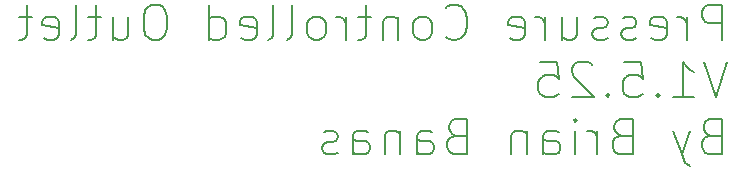
<source format=gbr>
%TF.GenerationSoftware,KiCad,Pcbnew,7.0.10*%
%TF.CreationDate,2024-07-25T15:06:29-06:00*%
%TF.ProjectId,Pressure-Controlled-Power-Outlet-control-PCB,50726573-7375-4726-952d-436f6e74726f,V1.5.25*%
%TF.SameCoordinates,Original*%
%TF.FileFunction,Legend,Bot*%
%TF.FilePolarity,Positive*%
%FSLAX46Y46*%
G04 Gerber Fmt 4.6, Leading zero omitted, Abs format (unit mm)*
G04 Created by KiCad (PCBNEW 7.0.10) date 2024-07-25 15:06:29*
%MOMM*%
%LPD*%
G01*
G04 APERTURE LIST*
%ADD10C,0.150000*%
G04 APERTURE END LIST*
D10*
X194767030Y-65530057D02*
X194767030Y-62530057D01*
X194767030Y-62530057D02*
X193624173Y-62530057D01*
X193624173Y-62530057D02*
X193338458Y-62672914D01*
X193338458Y-62672914D02*
X193195601Y-62815771D01*
X193195601Y-62815771D02*
X193052744Y-63101485D01*
X193052744Y-63101485D02*
X193052744Y-63530057D01*
X193052744Y-63530057D02*
X193195601Y-63815771D01*
X193195601Y-63815771D02*
X193338458Y-63958628D01*
X193338458Y-63958628D02*
X193624173Y-64101485D01*
X193624173Y-64101485D02*
X194767030Y-64101485D01*
X191767030Y-65530057D02*
X191767030Y-63530057D01*
X191767030Y-64101485D02*
X191624173Y-63815771D01*
X191624173Y-63815771D02*
X191481316Y-63672914D01*
X191481316Y-63672914D02*
X191195601Y-63530057D01*
X191195601Y-63530057D02*
X190909887Y-63530057D01*
X188767030Y-65387200D02*
X189052744Y-65530057D01*
X189052744Y-65530057D02*
X189624173Y-65530057D01*
X189624173Y-65530057D02*
X189909887Y-65387200D01*
X189909887Y-65387200D02*
X190052744Y-65101485D01*
X190052744Y-65101485D02*
X190052744Y-63958628D01*
X190052744Y-63958628D02*
X189909887Y-63672914D01*
X189909887Y-63672914D02*
X189624173Y-63530057D01*
X189624173Y-63530057D02*
X189052744Y-63530057D01*
X189052744Y-63530057D02*
X188767030Y-63672914D01*
X188767030Y-63672914D02*
X188624173Y-63958628D01*
X188624173Y-63958628D02*
X188624173Y-64244342D01*
X188624173Y-64244342D02*
X190052744Y-64530057D01*
X187481315Y-65387200D02*
X187195601Y-65530057D01*
X187195601Y-65530057D02*
X186624172Y-65530057D01*
X186624172Y-65530057D02*
X186338458Y-65387200D01*
X186338458Y-65387200D02*
X186195601Y-65101485D01*
X186195601Y-65101485D02*
X186195601Y-64958628D01*
X186195601Y-64958628D02*
X186338458Y-64672914D01*
X186338458Y-64672914D02*
X186624172Y-64530057D01*
X186624172Y-64530057D02*
X187052744Y-64530057D01*
X187052744Y-64530057D02*
X187338458Y-64387200D01*
X187338458Y-64387200D02*
X187481315Y-64101485D01*
X187481315Y-64101485D02*
X187481315Y-63958628D01*
X187481315Y-63958628D02*
X187338458Y-63672914D01*
X187338458Y-63672914D02*
X187052744Y-63530057D01*
X187052744Y-63530057D02*
X186624172Y-63530057D01*
X186624172Y-63530057D02*
X186338458Y-63672914D01*
X185052744Y-65387200D02*
X184767030Y-65530057D01*
X184767030Y-65530057D02*
X184195601Y-65530057D01*
X184195601Y-65530057D02*
X183909887Y-65387200D01*
X183909887Y-65387200D02*
X183767030Y-65101485D01*
X183767030Y-65101485D02*
X183767030Y-64958628D01*
X183767030Y-64958628D02*
X183909887Y-64672914D01*
X183909887Y-64672914D02*
X184195601Y-64530057D01*
X184195601Y-64530057D02*
X184624173Y-64530057D01*
X184624173Y-64530057D02*
X184909887Y-64387200D01*
X184909887Y-64387200D02*
X185052744Y-64101485D01*
X185052744Y-64101485D02*
X185052744Y-63958628D01*
X185052744Y-63958628D02*
X184909887Y-63672914D01*
X184909887Y-63672914D02*
X184624173Y-63530057D01*
X184624173Y-63530057D02*
X184195601Y-63530057D01*
X184195601Y-63530057D02*
X183909887Y-63672914D01*
X181195602Y-63530057D02*
X181195602Y-65530057D01*
X182481316Y-63530057D02*
X182481316Y-65101485D01*
X182481316Y-65101485D02*
X182338459Y-65387200D01*
X182338459Y-65387200D02*
X182052744Y-65530057D01*
X182052744Y-65530057D02*
X181624173Y-65530057D01*
X181624173Y-65530057D02*
X181338459Y-65387200D01*
X181338459Y-65387200D02*
X181195602Y-65244342D01*
X179767030Y-65530057D02*
X179767030Y-63530057D01*
X179767030Y-64101485D02*
X179624173Y-63815771D01*
X179624173Y-63815771D02*
X179481316Y-63672914D01*
X179481316Y-63672914D02*
X179195601Y-63530057D01*
X179195601Y-63530057D02*
X178909887Y-63530057D01*
X176767030Y-65387200D02*
X177052744Y-65530057D01*
X177052744Y-65530057D02*
X177624173Y-65530057D01*
X177624173Y-65530057D02*
X177909887Y-65387200D01*
X177909887Y-65387200D02*
X178052744Y-65101485D01*
X178052744Y-65101485D02*
X178052744Y-63958628D01*
X178052744Y-63958628D02*
X177909887Y-63672914D01*
X177909887Y-63672914D02*
X177624173Y-63530057D01*
X177624173Y-63530057D02*
X177052744Y-63530057D01*
X177052744Y-63530057D02*
X176767030Y-63672914D01*
X176767030Y-63672914D02*
X176624173Y-63958628D01*
X176624173Y-63958628D02*
X176624173Y-64244342D01*
X176624173Y-64244342D02*
X178052744Y-64530057D01*
X171338458Y-65244342D02*
X171481315Y-65387200D01*
X171481315Y-65387200D02*
X171909887Y-65530057D01*
X171909887Y-65530057D02*
X172195601Y-65530057D01*
X172195601Y-65530057D02*
X172624172Y-65387200D01*
X172624172Y-65387200D02*
X172909887Y-65101485D01*
X172909887Y-65101485D02*
X173052744Y-64815771D01*
X173052744Y-64815771D02*
X173195601Y-64244342D01*
X173195601Y-64244342D02*
X173195601Y-63815771D01*
X173195601Y-63815771D02*
X173052744Y-63244342D01*
X173052744Y-63244342D02*
X172909887Y-62958628D01*
X172909887Y-62958628D02*
X172624172Y-62672914D01*
X172624172Y-62672914D02*
X172195601Y-62530057D01*
X172195601Y-62530057D02*
X171909887Y-62530057D01*
X171909887Y-62530057D02*
X171481315Y-62672914D01*
X171481315Y-62672914D02*
X171338458Y-62815771D01*
X169624172Y-65530057D02*
X169909887Y-65387200D01*
X169909887Y-65387200D02*
X170052744Y-65244342D01*
X170052744Y-65244342D02*
X170195601Y-64958628D01*
X170195601Y-64958628D02*
X170195601Y-64101485D01*
X170195601Y-64101485D02*
X170052744Y-63815771D01*
X170052744Y-63815771D02*
X169909887Y-63672914D01*
X169909887Y-63672914D02*
X169624172Y-63530057D01*
X169624172Y-63530057D02*
X169195601Y-63530057D01*
X169195601Y-63530057D02*
X168909887Y-63672914D01*
X168909887Y-63672914D02*
X168767030Y-63815771D01*
X168767030Y-63815771D02*
X168624172Y-64101485D01*
X168624172Y-64101485D02*
X168624172Y-64958628D01*
X168624172Y-64958628D02*
X168767030Y-65244342D01*
X168767030Y-65244342D02*
X168909887Y-65387200D01*
X168909887Y-65387200D02*
X169195601Y-65530057D01*
X169195601Y-65530057D02*
X169624172Y-65530057D01*
X167338458Y-63530057D02*
X167338458Y-65530057D01*
X167338458Y-63815771D02*
X167195601Y-63672914D01*
X167195601Y-63672914D02*
X166909886Y-63530057D01*
X166909886Y-63530057D02*
X166481315Y-63530057D01*
X166481315Y-63530057D02*
X166195601Y-63672914D01*
X166195601Y-63672914D02*
X166052744Y-63958628D01*
X166052744Y-63958628D02*
X166052744Y-65530057D01*
X165052743Y-63530057D02*
X163909886Y-63530057D01*
X164624172Y-62530057D02*
X164624172Y-65101485D01*
X164624172Y-65101485D02*
X164481315Y-65387200D01*
X164481315Y-65387200D02*
X164195600Y-65530057D01*
X164195600Y-65530057D02*
X163909886Y-65530057D01*
X162909886Y-65530057D02*
X162909886Y-63530057D01*
X162909886Y-64101485D02*
X162767029Y-63815771D01*
X162767029Y-63815771D02*
X162624172Y-63672914D01*
X162624172Y-63672914D02*
X162338457Y-63530057D01*
X162338457Y-63530057D02*
X162052743Y-63530057D01*
X160624171Y-65530057D02*
X160909886Y-65387200D01*
X160909886Y-65387200D02*
X161052743Y-65244342D01*
X161052743Y-65244342D02*
X161195600Y-64958628D01*
X161195600Y-64958628D02*
X161195600Y-64101485D01*
X161195600Y-64101485D02*
X161052743Y-63815771D01*
X161052743Y-63815771D02*
X160909886Y-63672914D01*
X160909886Y-63672914D02*
X160624171Y-63530057D01*
X160624171Y-63530057D02*
X160195600Y-63530057D01*
X160195600Y-63530057D02*
X159909886Y-63672914D01*
X159909886Y-63672914D02*
X159767029Y-63815771D01*
X159767029Y-63815771D02*
X159624171Y-64101485D01*
X159624171Y-64101485D02*
X159624171Y-64958628D01*
X159624171Y-64958628D02*
X159767029Y-65244342D01*
X159767029Y-65244342D02*
X159909886Y-65387200D01*
X159909886Y-65387200D02*
X160195600Y-65530057D01*
X160195600Y-65530057D02*
X160624171Y-65530057D01*
X157909885Y-65530057D02*
X158195600Y-65387200D01*
X158195600Y-65387200D02*
X158338457Y-65101485D01*
X158338457Y-65101485D02*
X158338457Y-62530057D01*
X156338456Y-65530057D02*
X156624171Y-65387200D01*
X156624171Y-65387200D02*
X156767028Y-65101485D01*
X156767028Y-65101485D02*
X156767028Y-62530057D01*
X154052742Y-65387200D02*
X154338456Y-65530057D01*
X154338456Y-65530057D02*
X154909885Y-65530057D01*
X154909885Y-65530057D02*
X155195599Y-65387200D01*
X155195599Y-65387200D02*
X155338456Y-65101485D01*
X155338456Y-65101485D02*
X155338456Y-63958628D01*
X155338456Y-63958628D02*
X155195599Y-63672914D01*
X155195599Y-63672914D02*
X154909885Y-63530057D01*
X154909885Y-63530057D02*
X154338456Y-63530057D01*
X154338456Y-63530057D02*
X154052742Y-63672914D01*
X154052742Y-63672914D02*
X153909885Y-63958628D01*
X153909885Y-63958628D02*
X153909885Y-64244342D01*
X153909885Y-64244342D02*
X155338456Y-64530057D01*
X151338456Y-65530057D02*
X151338456Y-62530057D01*
X151338456Y-65387200D02*
X151624170Y-65530057D01*
X151624170Y-65530057D02*
X152195598Y-65530057D01*
X152195598Y-65530057D02*
X152481313Y-65387200D01*
X152481313Y-65387200D02*
X152624170Y-65244342D01*
X152624170Y-65244342D02*
X152767027Y-64958628D01*
X152767027Y-64958628D02*
X152767027Y-64101485D01*
X152767027Y-64101485D02*
X152624170Y-63815771D01*
X152624170Y-63815771D02*
X152481313Y-63672914D01*
X152481313Y-63672914D02*
X152195598Y-63530057D01*
X152195598Y-63530057D02*
X151624170Y-63530057D01*
X151624170Y-63530057D02*
X151338456Y-63672914D01*
X147052741Y-62530057D02*
X146481313Y-62530057D01*
X146481313Y-62530057D02*
X146195598Y-62672914D01*
X146195598Y-62672914D02*
X145909884Y-62958628D01*
X145909884Y-62958628D02*
X145767027Y-63530057D01*
X145767027Y-63530057D02*
X145767027Y-64530057D01*
X145767027Y-64530057D02*
X145909884Y-65101485D01*
X145909884Y-65101485D02*
X146195598Y-65387200D01*
X146195598Y-65387200D02*
X146481313Y-65530057D01*
X146481313Y-65530057D02*
X147052741Y-65530057D01*
X147052741Y-65530057D02*
X147338456Y-65387200D01*
X147338456Y-65387200D02*
X147624170Y-65101485D01*
X147624170Y-65101485D02*
X147767027Y-64530057D01*
X147767027Y-64530057D02*
X147767027Y-63530057D01*
X147767027Y-63530057D02*
X147624170Y-62958628D01*
X147624170Y-62958628D02*
X147338456Y-62672914D01*
X147338456Y-62672914D02*
X147052741Y-62530057D01*
X143195599Y-63530057D02*
X143195599Y-65530057D01*
X144481313Y-63530057D02*
X144481313Y-65101485D01*
X144481313Y-65101485D02*
X144338456Y-65387200D01*
X144338456Y-65387200D02*
X144052741Y-65530057D01*
X144052741Y-65530057D02*
X143624170Y-65530057D01*
X143624170Y-65530057D02*
X143338456Y-65387200D01*
X143338456Y-65387200D02*
X143195599Y-65244342D01*
X142195598Y-63530057D02*
X141052741Y-63530057D01*
X141767027Y-62530057D02*
X141767027Y-65101485D01*
X141767027Y-65101485D02*
X141624170Y-65387200D01*
X141624170Y-65387200D02*
X141338455Y-65530057D01*
X141338455Y-65530057D02*
X141052741Y-65530057D01*
X139624169Y-65530057D02*
X139909884Y-65387200D01*
X139909884Y-65387200D02*
X140052741Y-65101485D01*
X140052741Y-65101485D02*
X140052741Y-62530057D01*
X137338455Y-65387200D02*
X137624169Y-65530057D01*
X137624169Y-65530057D02*
X138195598Y-65530057D01*
X138195598Y-65530057D02*
X138481312Y-65387200D01*
X138481312Y-65387200D02*
X138624169Y-65101485D01*
X138624169Y-65101485D02*
X138624169Y-63958628D01*
X138624169Y-63958628D02*
X138481312Y-63672914D01*
X138481312Y-63672914D02*
X138195598Y-63530057D01*
X138195598Y-63530057D02*
X137624169Y-63530057D01*
X137624169Y-63530057D02*
X137338455Y-63672914D01*
X137338455Y-63672914D02*
X137195598Y-63958628D01*
X137195598Y-63958628D02*
X137195598Y-64244342D01*
X137195598Y-64244342D02*
X138624169Y-64530057D01*
X136338454Y-63530057D02*
X135195597Y-63530057D01*
X135909883Y-62530057D02*
X135909883Y-65101485D01*
X135909883Y-65101485D02*
X135767026Y-65387200D01*
X135767026Y-65387200D02*
X135481311Y-65530057D01*
X135481311Y-65530057D02*
X135195597Y-65530057D01*
X195195601Y-67360057D02*
X194195601Y-70360057D01*
X194195601Y-70360057D02*
X193195601Y-67360057D01*
X190624172Y-70360057D02*
X192338458Y-70360057D01*
X191481315Y-70360057D02*
X191481315Y-67360057D01*
X191481315Y-67360057D02*
X191767029Y-67788628D01*
X191767029Y-67788628D02*
X192052744Y-68074342D01*
X192052744Y-68074342D02*
X192338458Y-68217200D01*
X189338458Y-70074342D02*
X189195601Y-70217200D01*
X189195601Y-70217200D02*
X189338458Y-70360057D01*
X189338458Y-70360057D02*
X189481315Y-70217200D01*
X189481315Y-70217200D02*
X189338458Y-70074342D01*
X189338458Y-70074342D02*
X189338458Y-70360057D01*
X186481315Y-67360057D02*
X187909887Y-67360057D01*
X187909887Y-67360057D02*
X188052744Y-68788628D01*
X188052744Y-68788628D02*
X187909887Y-68645771D01*
X187909887Y-68645771D02*
X187624173Y-68502914D01*
X187624173Y-68502914D02*
X186909887Y-68502914D01*
X186909887Y-68502914D02*
X186624173Y-68645771D01*
X186624173Y-68645771D02*
X186481315Y-68788628D01*
X186481315Y-68788628D02*
X186338458Y-69074342D01*
X186338458Y-69074342D02*
X186338458Y-69788628D01*
X186338458Y-69788628D02*
X186481315Y-70074342D01*
X186481315Y-70074342D02*
X186624173Y-70217200D01*
X186624173Y-70217200D02*
X186909887Y-70360057D01*
X186909887Y-70360057D02*
X187624173Y-70360057D01*
X187624173Y-70360057D02*
X187909887Y-70217200D01*
X187909887Y-70217200D02*
X188052744Y-70074342D01*
X185052744Y-70074342D02*
X184909887Y-70217200D01*
X184909887Y-70217200D02*
X185052744Y-70360057D01*
X185052744Y-70360057D02*
X185195601Y-70217200D01*
X185195601Y-70217200D02*
X185052744Y-70074342D01*
X185052744Y-70074342D02*
X185052744Y-70360057D01*
X183767030Y-67645771D02*
X183624173Y-67502914D01*
X183624173Y-67502914D02*
X183338459Y-67360057D01*
X183338459Y-67360057D02*
X182624173Y-67360057D01*
X182624173Y-67360057D02*
X182338459Y-67502914D01*
X182338459Y-67502914D02*
X182195601Y-67645771D01*
X182195601Y-67645771D02*
X182052744Y-67931485D01*
X182052744Y-67931485D02*
X182052744Y-68217200D01*
X182052744Y-68217200D02*
X182195601Y-68645771D01*
X182195601Y-68645771D02*
X183909887Y-70360057D01*
X183909887Y-70360057D02*
X182052744Y-70360057D01*
X179338458Y-67360057D02*
X180767030Y-67360057D01*
X180767030Y-67360057D02*
X180909887Y-68788628D01*
X180909887Y-68788628D02*
X180767030Y-68645771D01*
X180767030Y-68645771D02*
X180481316Y-68502914D01*
X180481316Y-68502914D02*
X179767030Y-68502914D01*
X179767030Y-68502914D02*
X179481316Y-68645771D01*
X179481316Y-68645771D02*
X179338458Y-68788628D01*
X179338458Y-68788628D02*
X179195601Y-69074342D01*
X179195601Y-69074342D02*
X179195601Y-69788628D01*
X179195601Y-69788628D02*
X179338458Y-70074342D01*
X179338458Y-70074342D02*
X179481316Y-70217200D01*
X179481316Y-70217200D02*
X179767030Y-70360057D01*
X179767030Y-70360057D02*
X180481316Y-70360057D01*
X180481316Y-70360057D02*
X180767030Y-70217200D01*
X180767030Y-70217200D02*
X180909887Y-70074342D01*
X193767030Y-73618628D02*
X193338458Y-73761485D01*
X193338458Y-73761485D02*
X193195601Y-73904342D01*
X193195601Y-73904342D02*
X193052744Y-74190057D01*
X193052744Y-74190057D02*
X193052744Y-74618628D01*
X193052744Y-74618628D02*
X193195601Y-74904342D01*
X193195601Y-74904342D02*
X193338458Y-75047200D01*
X193338458Y-75047200D02*
X193624173Y-75190057D01*
X193624173Y-75190057D02*
X194767030Y-75190057D01*
X194767030Y-75190057D02*
X194767030Y-72190057D01*
X194767030Y-72190057D02*
X193767030Y-72190057D01*
X193767030Y-72190057D02*
X193481316Y-72332914D01*
X193481316Y-72332914D02*
X193338458Y-72475771D01*
X193338458Y-72475771D02*
X193195601Y-72761485D01*
X193195601Y-72761485D02*
X193195601Y-73047200D01*
X193195601Y-73047200D02*
X193338458Y-73332914D01*
X193338458Y-73332914D02*
X193481316Y-73475771D01*
X193481316Y-73475771D02*
X193767030Y-73618628D01*
X193767030Y-73618628D02*
X194767030Y-73618628D01*
X192052744Y-73190057D02*
X191338458Y-75190057D01*
X190624173Y-73190057D02*
X191338458Y-75190057D01*
X191338458Y-75190057D02*
X191624173Y-75904342D01*
X191624173Y-75904342D02*
X191767030Y-76047200D01*
X191767030Y-76047200D02*
X192052744Y-76190057D01*
X186195602Y-73618628D02*
X185767030Y-73761485D01*
X185767030Y-73761485D02*
X185624173Y-73904342D01*
X185624173Y-73904342D02*
X185481316Y-74190057D01*
X185481316Y-74190057D02*
X185481316Y-74618628D01*
X185481316Y-74618628D02*
X185624173Y-74904342D01*
X185624173Y-74904342D02*
X185767030Y-75047200D01*
X185767030Y-75047200D02*
X186052745Y-75190057D01*
X186052745Y-75190057D02*
X187195602Y-75190057D01*
X187195602Y-75190057D02*
X187195602Y-72190057D01*
X187195602Y-72190057D02*
X186195602Y-72190057D01*
X186195602Y-72190057D02*
X185909888Y-72332914D01*
X185909888Y-72332914D02*
X185767030Y-72475771D01*
X185767030Y-72475771D02*
X185624173Y-72761485D01*
X185624173Y-72761485D02*
X185624173Y-73047200D01*
X185624173Y-73047200D02*
X185767030Y-73332914D01*
X185767030Y-73332914D02*
X185909888Y-73475771D01*
X185909888Y-73475771D02*
X186195602Y-73618628D01*
X186195602Y-73618628D02*
X187195602Y-73618628D01*
X184195602Y-75190057D02*
X184195602Y-73190057D01*
X184195602Y-73761485D02*
X184052745Y-73475771D01*
X184052745Y-73475771D02*
X183909888Y-73332914D01*
X183909888Y-73332914D02*
X183624173Y-73190057D01*
X183624173Y-73190057D02*
X183338459Y-73190057D01*
X182338459Y-75190057D02*
X182338459Y-73190057D01*
X182338459Y-72190057D02*
X182481316Y-72332914D01*
X182481316Y-72332914D02*
X182338459Y-72475771D01*
X182338459Y-72475771D02*
X182195602Y-72332914D01*
X182195602Y-72332914D02*
X182338459Y-72190057D01*
X182338459Y-72190057D02*
X182338459Y-72475771D01*
X179624174Y-75190057D02*
X179624174Y-73618628D01*
X179624174Y-73618628D02*
X179767031Y-73332914D01*
X179767031Y-73332914D02*
X180052745Y-73190057D01*
X180052745Y-73190057D02*
X180624174Y-73190057D01*
X180624174Y-73190057D02*
X180909888Y-73332914D01*
X179624174Y-75047200D02*
X179909888Y-75190057D01*
X179909888Y-75190057D02*
X180624174Y-75190057D01*
X180624174Y-75190057D02*
X180909888Y-75047200D01*
X180909888Y-75047200D02*
X181052745Y-74761485D01*
X181052745Y-74761485D02*
X181052745Y-74475771D01*
X181052745Y-74475771D02*
X180909888Y-74190057D01*
X180909888Y-74190057D02*
X180624174Y-74047200D01*
X180624174Y-74047200D02*
X179909888Y-74047200D01*
X179909888Y-74047200D02*
X179624174Y-73904342D01*
X178195602Y-73190057D02*
X178195602Y-75190057D01*
X178195602Y-73475771D02*
X178052745Y-73332914D01*
X178052745Y-73332914D02*
X177767030Y-73190057D01*
X177767030Y-73190057D02*
X177338459Y-73190057D01*
X177338459Y-73190057D02*
X177052745Y-73332914D01*
X177052745Y-73332914D02*
X176909888Y-73618628D01*
X176909888Y-73618628D02*
X176909888Y-75190057D01*
X172195602Y-73618628D02*
X171767030Y-73761485D01*
X171767030Y-73761485D02*
X171624173Y-73904342D01*
X171624173Y-73904342D02*
X171481316Y-74190057D01*
X171481316Y-74190057D02*
X171481316Y-74618628D01*
X171481316Y-74618628D02*
X171624173Y-74904342D01*
X171624173Y-74904342D02*
X171767030Y-75047200D01*
X171767030Y-75047200D02*
X172052745Y-75190057D01*
X172052745Y-75190057D02*
X173195602Y-75190057D01*
X173195602Y-75190057D02*
X173195602Y-72190057D01*
X173195602Y-72190057D02*
X172195602Y-72190057D01*
X172195602Y-72190057D02*
X171909888Y-72332914D01*
X171909888Y-72332914D02*
X171767030Y-72475771D01*
X171767030Y-72475771D02*
X171624173Y-72761485D01*
X171624173Y-72761485D02*
X171624173Y-73047200D01*
X171624173Y-73047200D02*
X171767030Y-73332914D01*
X171767030Y-73332914D02*
X171909888Y-73475771D01*
X171909888Y-73475771D02*
X172195602Y-73618628D01*
X172195602Y-73618628D02*
X173195602Y-73618628D01*
X168909888Y-75190057D02*
X168909888Y-73618628D01*
X168909888Y-73618628D02*
X169052745Y-73332914D01*
X169052745Y-73332914D02*
X169338459Y-73190057D01*
X169338459Y-73190057D02*
X169909888Y-73190057D01*
X169909888Y-73190057D02*
X170195602Y-73332914D01*
X168909888Y-75047200D02*
X169195602Y-75190057D01*
X169195602Y-75190057D02*
X169909888Y-75190057D01*
X169909888Y-75190057D02*
X170195602Y-75047200D01*
X170195602Y-75047200D02*
X170338459Y-74761485D01*
X170338459Y-74761485D02*
X170338459Y-74475771D01*
X170338459Y-74475771D02*
X170195602Y-74190057D01*
X170195602Y-74190057D02*
X169909888Y-74047200D01*
X169909888Y-74047200D02*
X169195602Y-74047200D01*
X169195602Y-74047200D02*
X168909888Y-73904342D01*
X167481316Y-73190057D02*
X167481316Y-75190057D01*
X167481316Y-73475771D02*
X167338459Y-73332914D01*
X167338459Y-73332914D02*
X167052744Y-73190057D01*
X167052744Y-73190057D02*
X166624173Y-73190057D01*
X166624173Y-73190057D02*
X166338459Y-73332914D01*
X166338459Y-73332914D02*
X166195602Y-73618628D01*
X166195602Y-73618628D02*
X166195602Y-75190057D01*
X163481316Y-75190057D02*
X163481316Y-73618628D01*
X163481316Y-73618628D02*
X163624173Y-73332914D01*
X163624173Y-73332914D02*
X163909887Y-73190057D01*
X163909887Y-73190057D02*
X164481316Y-73190057D01*
X164481316Y-73190057D02*
X164767030Y-73332914D01*
X163481316Y-75047200D02*
X163767030Y-75190057D01*
X163767030Y-75190057D02*
X164481316Y-75190057D01*
X164481316Y-75190057D02*
X164767030Y-75047200D01*
X164767030Y-75047200D02*
X164909887Y-74761485D01*
X164909887Y-74761485D02*
X164909887Y-74475771D01*
X164909887Y-74475771D02*
X164767030Y-74190057D01*
X164767030Y-74190057D02*
X164481316Y-74047200D01*
X164481316Y-74047200D02*
X163767030Y-74047200D01*
X163767030Y-74047200D02*
X163481316Y-73904342D01*
X162195601Y-75047200D02*
X161909887Y-75190057D01*
X161909887Y-75190057D02*
X161338458Y-75190057D01*
X161338458Y-75190057D02*
X161052744Y-75047200D01*
X161052744Y-75047200D02*
X160909887Y-74761485D01*
X160909887Y-74761485D02*
X160909887Y-74618628D01*
X160909887Y-74618628D02*
X161052744Y-74332914D01*
X161052744Y-74332914D02*
X161338458Y-74190057D01*
X161338458Y-74190057D02*
X161767030Y-74190057D01*
X161767030Y-74190057D02*
X162052744Y-74047200D01*
X162052744Y-74047200D02*
X162195601Y-73761485D01*
X162195601Y-73761485D02*
X162195601Y-73618628D01*
X162195601Y-73618628D02*
X162052744Y-73332914D01*
X162052744Y-73332914D02*
X161767030Y-73190057D01*
X161767030Y-73190057D02*
X161338458Y-73190057D01*
X161338458Y-73190057D02*
X161052744Y-73332914D01*
M02*

</source>
